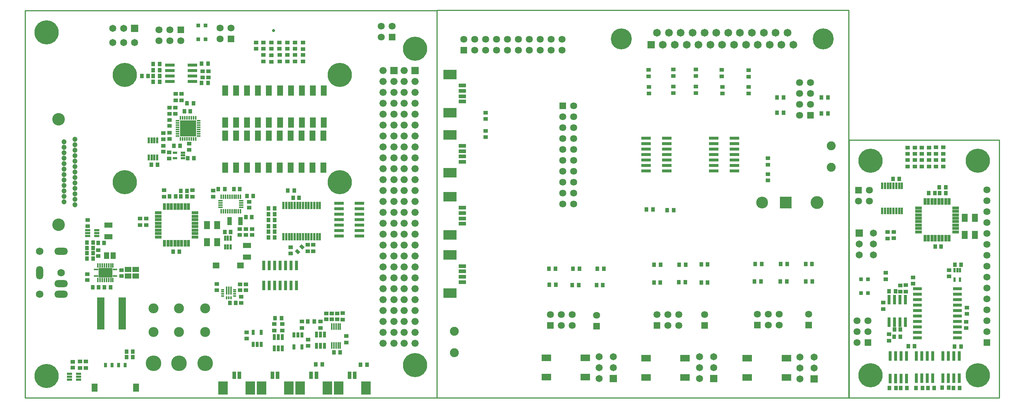
<source format=gts>
G04*
G04 #@! TF.GenerationSoftware,Altium Limited,Altium Designer,18.1.9 (240)*
G04*
G04 Layer_Color=8388736*
%FSLAX44Y44*%
%MOMM*%
G71*
G01*
G75*
%ADD16C,0.2540*%
%ADD74C,3.0000*%
%ADD75C,2.7500*%
%ADD76R,2.7500X2.7500*%
%ADD119R,1.0270X0.8270*%
%ADD120R,1.7270X0.9270*%
%ADD121R,3.1270X2.2270*%
%ADD122R,0.8270X1.0270*%
%ADD123R,2.1844X0.7366*%
%ADD124R,2.2270X1.5270*%
%ADD125R,0.9270X1.0270*%
%ADD126R,1.0270X0.9270*%
%ADD127R,0.5270X0.9770*%
%ADD128R,0.5770X1.5270*%
%ADD129R,0.7270X2.3270*%
%ADD130R,1.6270X0.6770*%
%ADD131R,0.6770X1.6270*%
%ADD132R,0.8770X0.8270*%
%ADD133R,1.3270X1.9270*%
%ADD134R,2.1270X0.7270*%
%ADD135R,0.9270X1.7270*%
%ADD136R,2.2270X3.1270*%
%ADD137R,0.7270X1.1270*%
%ADD138R,1.3770X1.9270*%
%ADD139R,1.2270X1.5270*%
%ADD140R,1.5270X1.2270*%
%ADD141R,0.3870X1.0270*%
%ADD142R,1.0270X0.3870*%
%ADD143R,3.1970X2.1970*%
%ADD144R,2.3114X0.6858*%
%ADD145R,0.6858X2.3114*%
%ADD146R,2.3270X0.7270*%
%ADD147R,1.2954X0.4826*%
%ADD148R,0.4826X1.2954*%
%ADD149R,1.3970X2.3870*%
%ADD150R,1.6270X1.3270*%
%ADD151R,1.7270X7.4770*%
%ADD152R,0.3216X1.8916*%
%ADD153R,0.7016X0.3416*%
%ADD154R,0.3416X0.7016*%
G04:AMPARAMS|DCode=155|XSize=1.027mm|YSize=0.827mm|CornerRadius=0mm|HoleSize=0mm|Usage=FLASHONLY|Rotation=315.000|XOffset=0mm|YOffset=0mm|HoleType=Round|Shape=Rectangle|*
%AMROTATEDRECTD155*
4,1,4,-0.6555,0.0707,-0.0707,0.6555,0.6555,-0.0707,0.0707,-0.6555,-0.6555,0.0707,0.0*
%
%ADD155ROTATEDRECTD155*%

%ADD156R,0.7270X1.2270*%
%ADD157R,0.6858X1.3970*%
%ADD158R,0.4270X1.5770*%
%ADD159R,1.8270X1.2270*%
%ADD160R,0.5588X1.7780*%
%ADD161R,1.1270X1.9270*%
%ADD162R,0.3770X1.1270*%
%ADD163R,1.1270X0.3770*%
%ADD164R,0.5770X1.4770*%
%ADD165R,1.1270X0.5970*%
%ADD166R,0.9670X0.3870*%
%ADD167R,0.3870X0.9670*%
%ADD168R,3.7270X3.7270*%
%ADD169C,1.8170*%
%ADD170R,1.8170X1.8170*%
%ADD171C,4.8870*%
%ADD172R,1.6270X1.6270*%
%ADD173C,1.6270*%
%ADD174C,1.6510*%
%ADD175R,1.6510X1.6510*%
%ADD176R,1.6270X1.6270*%
%ADD177C,2.0770*%
%ADD178C,5.6270*%
%ADD179C,1.6770*%
%ADD180R,1.6770X1.6770*%
%ADD181C,1.1938*%
%ADD182C,3.6270*%
%ADD183C,2.3270*%
%ADD184O,3.1430X1.6350*%
%ADD185C,1.7270*%
%ADD186O,1.6350X3.1430*%
%ADD187R,1.6510X1.6510*%
%ADD188C,0.7270*%
%ADD189C,2.9210*%
D16*
X1213208Y254036D02*
Y1156328D01*
X2171804D01*
X2171804Y254036D01*
X1213208D02*
X2171804D01*
X2521910Y254120D02*
Y854120D01*
Y254120D02*
X2171910D01*
Y854120D01*
X2521910D02*
X2171910D01*
X1213000Y254050D02*
X254150D01*
X254150Y1155750D01*
X1213000D02*
X254150D01*
X1213000D02*
Y254050D01*
D74*
X2097986Y708538D02*
D03*
D75*
X1969986D02*
D03*
D76*
X2024986D02*
D03*
D119*
X1983208Y796544D02*
D03*
Y811544D02*
D03*
X1326208Y903036D02*
D03*
Y918036D02*
D03*
X1983208Y774896D02*
D03*
Y759896D02*
D03*
X1326206Y875616D02*
D03*
Y860616D02*
D03*
X1938200Y962536D02*
D03*
Y977536D02*
D03*
Y1016413D02*
D03*
Y1001413D02*
D03*
X1816063Y1018413D02*
D03*
Y1003413D02*
D03*
X1876208Y1017413D02*
D03*
Y1002413D02*
D03*
X1763208Y1018413D02*
D03*
Y1003413D02*
D03*
X1705663Y1017413D02*
D03*
Y1002413D02*
D03*
X1816063Y963536D02*
D03*
Y978536D02*
D03*
X1877513Y962536D02*
D03*
Y977536D02*
D03*
X1763378Y963231D02*
D03*
Y978231D02*
D03*
X1706588Y962536D02*
D03*
Y977536D02*
D03*
X2257916Y545084D02*
D03*
Y530084D02*
D03*
X2446560Y449058D02*
D03*
Y464058D02*
D03*
X2276368Y625334D02*
D03*
Y640334D02*
D03*
X2261814Y624946D02*
D03*
Y639946D02*
D03*
X2251618Y475572D02*
D03*
Y460572D02*
D03*
X2304464Y516128D02*
D03*
Y501128D02*
D03*
X2321504Y534416D02*
D03*
Y519416D02*
D03*
X2265278Y386948D02*
D03*
Y401948D02*
D03*
X2341900Y836600D02*
D03*
Y821600D02*
D03*
X2325390Y836600D02*
D03*
Y821600D02*
D03*
X2308880Y836600D02*
D03*
Y821600D02*
D03*
X2358410Y836600D02*
D03*
Y821600D02*
D03*
X2374920Y837050D02*
D03*
Y822050D02*
D03*
X2391430Y836930D02*
D03*
Y821930D02*
D03*
X2358410Y807150D02*
D03*
Y792150D02*
D03*
X2374920Y807150D02*
D03*
Y792150D02*
D03*
X2391430Y807270D02*
D03*
Y792270D02*
D03*
X2325538Y807271D02*
D03*
Y792271D02*
D03*
X2341900Y807270D02*
D03*
Y792270D02*
D03*
X2308880Y807270D02*
D03*
Y792270D02*
D03*
X924710Y595473D02*
D03*
Y610473D02*
D03*
X912010Y595425D02*
D03*
Y610425D02*
D03*
X872640Y604570D02*
D03*
Y589570D02*
D03*
X692001Y736850D02*
D03*
Y721850D02*
D03*
X792422Y1081250D02*
D03*
Y1066250D02*
D03*
X834342Y425600D02*
D03*
Y410600D02*
D03*
X853233Y425854D02*
D03*
Y410854D02*
D03*
X1002500Y397500D02*
D03*
Y382500D02*
D03*
X898932Y431750D02*
D03*
Y416750D02*
D03*
X941832Y431750D02*
D03*
Y416750D02*
D03*
X993742Y450780D02*
D03*
Y435780D02*
D03*
X382044Y338236D02*
D03*
Y323236D02*
D03*
X395666Y338236D02*
D03*
Y323236D02*
D03*
X536856Y655841D02*
D03*
Y670841D02*
D03*
X522356Y655841D02*
D03*
Y670841D02*
D03*
X577999Y736945D02*
D03*
Y721945D02*
D03*
X643632Y736945D02*
D03*
Y721945D02*
D03*
X591000Y914750D02*
D03*
Y929751D02*
D03*
X604000Y914750D02*
D03*
Y929751D02*
D03*
X605000Y946251D02*
D03*
Y961251D02*
D03*
X619000Y946251D02*
D03*
Y961251D02*
D03*
X809200Y1036849D02*
D03*
Y1051849D02*
D03*
X828100Y1036250D02*
D03*
Y1051250D02*
D03*
X847000Y1036849D02*
D03*
Y1051849D02*
D03*
X865000Y1036849D02*
D03*
Y1051849D02*
D03*
X882600Y1036849D02*
D03*
Y1051849D02*
D03*
X901100Y1036849D02*
D03*
Y1051849D02*
D03*
X809500Y1066333D02*
D03*
Y1081333D02*
D03*
X828100Y1066333D02*
D03*
Y1081333D02*
D03*
X846700Y1066333D02*
D03*
Y1081333D02*
D03*
X865300Y1066333D02*
D03*
Y1081333D02*
D03*
X901100Y1065750D02*
D03*
Y1080750D02*
D03*
X882900Y1066333D02*
D03*
Y1081333D02*
D03*
D120*
X1272208Y955986D02*
D03*
Y943486D02*
D03*
Y968486D02*
D03*
Y980986D02*
D03*
Y840616D02*
D03*
Y828116D02*
D03*
Y803116D02*
D03*
Y815616D02*
D03*
Y696536D02*
D03*
Y684036D02*
D03*
Y659036D02*
D03*
Y671536D02*
D03*
Y560678D02*
D03*
Y548178D02*
D03*
Y523178D02*
D03*
Y535678D02*
D03*
D121*
X1243208Y1006486D02*
D03*
Y917986D02*
D03*
Y777616D02*
D03*
Y866116D02*
D03*
Y633536D02*
D03*
Y722036D02*
D03*
Y497678D02*
D03*
Y586178D02*
D03*
D122*
X1529608Y554036D02*
D03*
X1544608D02*
D03*
X1528238Y516036D02*
D03*
X1543238D02*
D03*
X1777208Y564036D02*
D03*
X1792208D02*
D03*
X1718708Y564036D02*
D03*
X1733708D02*
D03*
X1584318Y516036D02*
D03*
X1599318D02*
D03*
X1954208Y565036D02*
D03*
X1969208D02*
D03*
X1776208Y522904D02*
D03*
X1791208D02*
D03*
X1489608Y516786D02*
D03*
X1474608D02*
D03*
X1700903Y692036D02*
D03*
X1715903D02*
D03*
X2086708Y525036D02*
D03*
X2071708D02*
D03*
X1733233Y522036D02*
D03*
X1718233D02*
D03*
X2019840Y917786D02*
D03*
X2004840D02*
D03*
X2027208Y524536D02*
D03*
X2012208D02*
D03*
X1967208Y524536D02*
D03*
X1952208D02*
D03*
X2123208Y915786D02*
D03*
X2108208D02*
D03*
X1843208Y522036D02*
D03*
X1828208D02*
D03*
X1601358Y554036D02*
D03*
X1586358D02*
D03*
X2086188Y565036D02*
D03*
X2071188D02*
D03*
X2028208D02*
D03*
X2013208D02*
D03*
X1843208Y564786D02*
D03*
X1828208D02*
D03*
X1489108Y554036D02*
D03*
X1474108D02*
D03*
X1763903Y691036D02*
D03*
X1748903D02*
D03*
X2019840Y953338D02*
D03*
X2004840D02*
D03*
X2123208Y953339D02*
D03*
X2108208D02*
D03*
X2433398Y563746D02*
D03*
X2418398D02*
D03*
X2433144Y373170D02*
D03*
X2418144D02*
D03*
X2280236Y501774D02*
D03*
X2265236D02*
D03*
X2324940Y374008D02*
D03*
X2309940D02*
D03*
X2382536Y744086D02*
D03*
X2397536D02*
D03*
X2266414Y276523D02*
D03*
X2281414D02*
D03*
X2343281Y276318D02*
D03*
X2328281D02*
D03*
X2403934Y277279D02*
D03*
X2388934D02*
D03*
X704425Y739750D02*
D03*
X719426D02*
D03*
X836378Y439182D02*
D03*
X851378D02*
D03*
X931272Y331549D02*
D03*
X946272D02*
D03*
X1050100Y330550D02*
D03*
X1035100D02*
D03*
X988090Y359714D02*
D03*
X973090D02*
D03*
X912750Y431750D02*
D03*
X927750D02*
D03*
X785585Y723600D02*
D03*
X770585D02*
D03*
X835566Y627222D02*
D03*
X820565D02*
D03*
X835566Y640746D02*
D03*
X820565D02*
D03*
X835566Y653746D02*
D03*
X820565D02*
D03*
X835566Y667846D02*
D03*
X820565D02*
D03*
X835566Y681022D02*
D03*
X820565D02*
D03*
X835566Y695171D02*
D03*
X820565D02*
D03*
X880900Y736750D02*
D03*
X865900D02*
D03*
X631500Y735750D02*
D03*
X616500D02*
D03*
X567720Y989380D02*
D03*
X552720D02*
D03*
X552650Y1002899D02*
D03*
X567650D02*
D03*
X552650Y1016850D02*
D03*
X567650D02*
D03*
X552650Y1030850D02*
D03*
X567650D02*
D03*
X680150Y986750D02*
D03*
X665150D02*
D03*
X680150Y1031750D02*
D03*
X665150D02*
D03*
X632723Y811751D02*
D03*
X647722D02*
D03*
X646500Y939750D02*
D03*
X631500D02*
D03*
D123*
X1699903Y858136D02*
D03*
Y845436D02*
D03*
Y832736D02*
D03*
Y820036D02*
D03*
Y807336D02*
D03*
Y794636D02*
D03*
Y781936D02*
D03*
X1747909D02*
D03*
Y794636D02*
D03*
Y807336D02*
D03*
Y820036D02*
D03*
Y832736D02*
D03*
Y845436D02*
D03*
Y858136D02*
D03*
X1857202D02*
D03*
Y845436D02*
D03*
Y832736D02*
D03*
Y820036D02*
D03*
Y807336D02*
D03*
Y794636D02*
D03*
Y781936D02*
D03*
X1905208D02*
D03*
Y794636D02*
D03*
Y807336D02*
D03*
Y820036D02*
D03*
Y832736D02*
D03*
Y845436D02*
D03*
Y858136D02*
D03*
D124*
X1558405Y302036D02*
D03*
Y347036D02*
D03*
X1467405Y302036D02*
D03*
Y347036D02*
D03*
X1790508Y301536D02*
D03*
Y346536D02*
D03*
X1699508Y301536D02*
D03*
Y346536D02*
D03*
X2026252Y301536D02*
D03*
Y346536D02*
D03*
X1935252Y301536D02*
D03*
Y346536D02*
D03*
D125*
X2306714Y276726D02*
D03*
X2292714D02*
D03*
X2372670Y605910D02*
D03*
X2386670D02*
D03*
X2274902Y763764D02*
D03*
X2288902D02*
D03*
X2277928Y412870D02*
D03*
X2291928D02*
D03*
X2277532Y395852D02*
D03*
X2291532D02*
D03*
X2397036Y730878D02*
D03*
X2383036D02*
D03*
X2415484Y277100D02*
D03*
X2429484D02*
D03*
X2355946Y276770D02*
D03*
X2369946D02*
D03*
X2357696Y730502D02*
D03*
X2371696D02*
D03*
X745055Y475109D02*
D03*
X731055D02*
D03*
X740127Y739750D02*
D03*
X754127D02*
D03*
X601124Y840751D02*
D03*
X615124D02*
D03*
X412500Y578189D02*
D03*
X398500D02*
D03*
X412500Y590750D02*
D03*
X398500D02*
D03*
X412500Y602845D02*
D03*
X398500D02*
D03*
X412500Y615391D02*
D03*
X398500D02*
D03*
X438426Y614362D02*
D03*
X424426D02*
D03*
X411634Y511150D02*
D03*
X425634D02*
D03*
X453134Y511150D02*
D03*
X439134D02*
D03*
X490990Y361036D02*
D03*
X504990D02*
D03*
X490990Y348336D02*
D03*
X504990D02*
D03*
X719036Y639985D02*
D03*
X733036D02*
D03*
X768249Y674665D02*
D03*
X782249D02*
D03*
X892466Y719465D02*
D03*
X878466D02*
D03*
X613499Y594031D02*
D03*
X599499D02*
D03*
X591000Y722945D02*
D03*
X605000D02*
D03*
X617000Y722945D02*
D03*
X631000D02*
D03*
X540550Y1002899D02*
D03*
X526550D02*
D03*
X548500Y796875D02*
D03*
X562500D02*
D03*
X625000Y920750D02*
D03*
X639000D02*
D03*
D126*
X2405324Y536934D02*
D03*
Y550934D02*
D03*
X2445202Y430792D02*
D03*
Y416792D02*
D03*
X2291786Y515120D02*
D03*
Y501120D02*
D03*
X400586Y667445D02*
D03*
Y653445D02*
D03*
X757705Y489110D02*
D03*
Y475109D02*
D03*
X700369Y518703D02*
D03*
Y504703D02*
D03*
X755152Y518109D02*
D03*
Y504109D02*
D03*
X768141Y518109D02*
D03*
Y504109D02*
D03*
X913000Y375000D02*
D03*
Y389000D02*
D03*
X981242Y436476D02*
D03*
Y450476D02*
D03*
X968411Y436476D02*
D03*
Y450476D02*
D03*
X769770Y406056D02*
D03*
Y392056D02*
D03*
X955190Y436476D02*
D03*
Y450476D02*
D03*
X424650Y583750D02*
D03*
Y597750D02*
D03*
X478686Y537372D02*
D03*
Y551372D02*
D03*
X399134Y528000D02*
D03*
Y542000D02*
D03*
X365444Y337736D02*
D03*
Y323736D02*
D03*
X753808Y632854D02*
D03*
Y646854D02*
D03*
X768810Y632854D02*
D03*
Y646854D02*
D03*
X782807Y646854D02*
D03*
Y632854D02*
D03*
X776500Y710550D02*
D03*
Y696550D02*
D03*
X667650Y999750D02*
D03*
Y1013750D02*
D03*
X681650Y999750D02*
D03*
Y1013750D02*
D03*
X591000Y856751D02*
D03*
Y870751D02*
D03*
X576624Y856050D02*
D03*
Y870051D02*
D03*
X576000Y840751D02*
D03*
Y826751D02*
D03*
X590001Y825201D02*
D03*
Y811201D02*
D03*
X636500Y831500D02*
D03*
Y845500D02*
D03*
X591000Y886751D02*
D03*
Y900751D02*
D03*
D127*
X2430620Y551120D02*
D03*
X2424120D02*
D03*
X2417620D02*
D03*
Y528620D02*
D03*
X2430620D02*
D03*
D128*
X2249656Y688721D02*
D03*
X2256156D02*
D03*
X2262656D02*
D03*
X2269156D02*
D03*
X2275656D02*
D03*
X2282156D02*
D03*
X2288656D02*
D03*
X2295156D02*
D03*
X2249656Y747721D02*
D03*
X2256156D02*
D03*
X2262656D02*
D03*
X2269156D02*
D03*
X2275656D02*
D03*
X2282156D02*
D03*
X2288656D02*
D03*
X2295156D02*
D03*
D129*
X2402956Y299476D02*
D03*
Y351476D02*
D03*
X2390256Y299476D02*
D03*
X2415656D02*
D03*
X2428356D02*
D03*
X2390256Y351476D02*
D03*
X2415656D02*
D03*
X2428356D02*
D03*
X2303724Y482304D02*
D03*
X2291024D02*
D03*
X2265624D02*
D03*
X2303724Y430304D02*
D03*
X2291024D02*
D03*
X2265624D02*
D03*
X2278324Y482304D02*
D03*
Y430304D02*
D03*
X2367224Y351332D02*
D03*
X2354524D02*
D03*
X2329124D02*
D03*
X2367224Y299332D02*
D03*
X2354524D02*
D03*
X2329124D02*
D03*
X2341824Y351332D02*
D03*
Y299332D02*
D03*
X2305756Y350824D02*
D03*
X2293056D02*
D03*
X2267656D02*
D03*
X2305756Y298824D02*
D03*
X2293056D02*
D03*
X2267656D02*
D03*
X2280356Y350824D02*
D03*
Y298824D02*
D03*
D130*
X2334130Y640140D02*
D03*
Y648140D02*
D03*
Y656140D02*
D03*
Y664140D02*
D03*
Y672140D02*
D03*
Y680140D02*
D03*
Y688140D02*
D03*
Y696140D02*
D03*
X2420130D02*
D03*
Y688140D02*
D03*
Y680140D02*
D03*
Y672140D02*
D03*
Y664140D02*
D03*
Y656140D02*
D03*
Y648140D02*
D03*
Y640140D02*
D03*
X649999Y628445D02*
D03*
Y636445D02*
D03*
Y644445D02*
D03*
Y652445D02*
D03*
Y660445D02*
D03*
Y668445D02*
D03*
Y676445D02*
D03*
Y684445D02*
D03*
X564000D02*
D03*
Y676445D02*
D03*
Y668445D02*
D03*
Y660445D02*
D03*
Y652445D02*
D03*
Y644445D02*
D03*
Y636445D02*
D03*
Y628445D02*
D03*
D131*
X2349130Y711140D02*
D03*
X2357130D02*
D03*
X2365130D02*
D03*
X2373130D02*
D03*
X2381130D02*
D03*
X2389130D02*
D03*
X2397130D02*
D03*
X2405130D02*
D03*
Y625140D02*
D03*
X2397130D02*
D03*
X2389130D02*
D03*
X2381130D02*
D03*
X2373130D02*
D03*
X2365130D02*
D03*
X2357130D02*
D03*
X2349130D02*
D03*
X578999Y613445D02*
D03*
X586999D02*
D03*
X594999D02*
D03*
X602999D02*
D03*
X610999D02*
D03*
X618999D02*
D03*
X626999D02*
D03*
X634999D02*
D03*
Y699445D02*
D03*
X626999D02*
D03*
X618999D02*
D03*
X610999D02*
D03*
X602999D02*
D03*
X594999D02*
D03*
X586999D02*
D03*
X578999D02*
D03*
D132*
X2216350Y529962D02*
D03*
Y497962D02*
D03*
X2199850D02*
D03*
Y529962D02*
D03*
X674250Y1088750D02*
D03*
Y1120750D02*
D03*
X657750D02*
D03*
Y1088750D02*
D03*
D133*
X2465330Y632900D02*
D03*
Y672900D02*
D03*
X2441330D02*
D03*
Y632900D02*
D03*
X677750Y615833D02*
D03*
Y655833D02*
D03*
X701750D02*
D03*
Y615833D02*
D03*
D134*
X2424138Y393312D02*
D03*
Y406012D02*
D03*
Y418712D02*
D03*
Y431412D02*
D03*
Y444112D02*
D03*
Y456812D02*
D03*
Y469512D02*
D03*
Y482212D02*
D03*
Y494912D02*
D03*
Y507612D02*
D03*
X2331138D02*
D03*
Y494912D02*
D03*
Y482212D02*
D03*
Y469512D02*
D03*
Y456812D02*
D03*
Y444112D02*
D03*
Y431412D02*
D03*
Y418712D02*
D03*
Y406012D02*
D03*
Y393312D02*
D03*
D135*
X741001Y306070D02*
D03*
X753501D02*
D03*
X830001Y306070D02*
D03*
X842501D02*
D03*
X920001D02*
D03*
X932501D02*
D03*
X1009501Y306070D02*
D03*
X1022001D02*
D03*
D136*
X779001Y277070D02*
D03*
X715501D02*
D03*
X868001Y277070D02*
D03*
X804501D02*
D03*
X958001D02*
D03*
X894501D02*
D03*
X1047501Y277070D02*
D03*
X984001D02*
D03*
D137*
X441950Y329650D02*
D03*
X456950D02*
D03*
X471950D02*
D03*
X486950D02*
D03*
D138*
X415900Y277750D02*
D03*
X513000D02*
D03*
D139*
X444200Y584850D02*
D03*
X459200D02*
D03*
D140*
X494400Y537550D02*
D03*
Y552550D02*
D03*
X511900Y537640D02*
D03*
Y552640D02*
D03*
D141*
X458984Y528150D02*
D03*
X423984Y561850D02*
D03*
Y528150D02*
D03*
X428984D02*
D03*
X433984D02*
D03*
X438984D02*
D03*
X443984D02*
D03*
X448984D02*
D03*
X453984D02*
D03*
X458984Y561850D02*
D03*
X453984D02*
D03*
X448984D02*
D03*
X443984D02*
D03*
X438984D02*
D03*
X433984D02*
D03*
X428984D02*
D03*
D142*
X463334Y537500D02*
D03*
X419634Y552500D02*
D03*
Y537500D02*
D03*
X463334Y552500D02*
D03*
D143*
X441484Y545000D02*
D03*
D144*
X1032622Y706850D02*
D03*
Y694150D02*
D03*
Y681450D02*
D03*
Y668750D02*
D03*
Y656050D02*
D03*
Y643350D02*
D03*
Y630650D02*
D03*
X985378D02*
D03*
Y643350D02*
D03*
Y656050D02*
D03*
Y668750D02*
D03*
Y681450D02*
D03*
Y694150D02*
D03*
Y706850D02*
D03*
D145*
X809900Y562372D02*
D03*
X822600D02*
D03*
X835300D02*
D03*
X848000D02*
D03*
X860700D02*
D03*
X873400D02*
D03*
X886100D02*
D03*
Y515128D02*
D03*
X873400D02*
D03*
X860700D02*
D03*
X848000D02*
D03*
X835300D02*
D03*
X822600D02*
D03*
X809900D02*
D03*
D146*
X643650Y1003050D02*
D03*
X591650D02*
D03*
X643650Y990350D02*
D03*
Y1015750D02*
D03*
Y1028450D02*
D03*
X591650Y990350D02*
D03*
Y1015750D02*
D03*
Y1028450D02*
D03*
D147*
X358030Y309667D02*
D03*
Y303063D02*
D03*
Y296459D02*
D03*
X378858D02*
D03*
Y303063D02*
D03*
Y309667D02*
D03*
X400586Y644122D02*
D03*
Y637518D02*
D03*
Y630914D02*
D03*
X421414D02*
D03*
Y637518D02*
D03*
Y644122D02*
D03*
D148*
X733009Y625819D02*
D03*
X726405D02*
D03*
X719801D02*
D03*
Y604991D02*
D03*
X726405D02*
D03*
X733009D02*
D03*
D149*
X898400Y789750D02*
D03*
X949200D02*
D03*
X923800D02*
D03*
X847600D02*
D03*
X873000D02*
D03*
Y864350D02*
D03*
X847600D02*
D03*
X923800D02*
D03*
X949200D02*
D03*
X898400D02*
D03*
X771400Y789620D02*
D03*
X822200D02*
D03*
X796800D02*
D03*
X720600D02*
D03*
X746000D02*
D03*
Y864220D02*
D03*
X720600D02*
D03*
X796800D02*
D03*
X822200D02*
D03*
X771400D02*
D03*
Y894550D02*
D03*
X822200D02*
D03*
X796800D02*
D03*
X720600D02*
D03*
X746000D02*
D03*
Y969150D02*
D03*
X720600D02*
D03*
X796800D02*
D03*
X822200D02*
D03*
X771400D02*
D03*
X898500Y894550D02*
D03*
X949300D02*
D03*
X923900D02*
D03*
X847700D02*
D03*
X873100D02*
D03*
Y969150D02*
D03*
X847700D02*
D03*
X923900D02*
D03*
X949300D02*
D03*
X898500D02*
D03*
D150*
X698650Y561850D02*
D03*
X755650D02*
D03*
D151*
X430250Y450476D02*
D03*
X480250D02*
D03*
D152*
X733456Y503761D02*
D03*
X728556D02*
D03*
X723656D02*
D03*
D153*
X714556Y505711D02*
D03*
Y500711D02*
D03*
Y495711D02*
D03*
Y490711D02*
D03*
X742556D02*
D03*
Y495711D02*
D03*
Y500711D02*
D03*
Y505711D02*
D03*
D154*
X723556Y486711D02*
D03*
X728556D02*
D03*
X733556D02*
D03*
D155*
X898932Y605070D02*
D03*
X888326Y594464D02*
D03*
D156*
X785102Y406476D02*
D03*
X804102D02*
D03*
Y378476D02*
D03*
X794602D02*
D03*
X785102D02*
D03*
X898932Y371968D02*
D03*
X879932D02*
D03*
Y399968D02*
D03*
X889432D02*
D03*
X898932D02*
D03*
D157*
X853276Y369078D02*
D03*
X843878D02*
D03*
X834480D02*
D03*
Y394986D02*
D03*
X843878D02*
D03*
X853276D02*
D03*
X951230Y375014D02*
D03*
X941832D02*
D03*
X932434D02*
D03*
Y400922D02*
D03*
X941832D02*
D03*
X951230D02*
D03*
D158*
X988130Y419462D02*
D03*
X983130D02*
D03*
X978130D02*
D03*
X973130D02*
D03*
X968130D02*
D03*
X988130Y375462D02*
D03*
X983130D02*
D03*
X978130D02*
D03*
X973130D02*
D03*
X968130D02*
D03*
D159*
X448140Y629236D02*
D03*
Y656236D02*
D03*
X771250Y608723D02*
D03*
Y581723D02*
D03*
D160*
X940394Y701518D02*
D03*
X934044D02*
D03*
X927440D02*
D03*
X921090D02*
D03*
X914486D02*
D03*
X907882D02*
D03*
X901532D02*
D03*
X894928D02*
D03*
X888578D02*
D03*
X881974D02*
D03*
X875370D02*
D03*
X869020D02*
D03*
X862416D02*
D03*
X856066D02*
D03*
Y628874D02*
D03*
X862416D02*
D03*
X869020D02*
D03*
X875370D02*
D03*
X881974D02*
D03*
X888578D02*
D03*
X894928D02*
D03*
X901532D02*
D03*
X907882D02*
D03*
X914486D02*
D03*
X921090D02*
D03*
X927440D02*
D03*
X934044D02*
D03*
X940394D02*
D03*
D161*
X755500Y665250D02*
D03*
X730500D02*
D03*
D162*
X756000Y687850D02*
D03*
X751000D02*
D03*
X746000D02*
D03*
X741000D02*
D03*
X736000D02*
D03*
X731000D02*
D03*
X726000D02*
D03*
X721000D02*
D03*
X716000D02*
D03*
X711000D02*
D03*
Y721850D02*
D03*
X716000D02*
D03*
X721000D02*
D03*
X726000D02*
D03*
X731000D02*
D03*
X736000D02*
D03*
X741000D02*
D03*
X746000D02*
D03*
X751000D02*
D03*
X756000D02*
D03*
D163*
X757500Y712350D02*
D03*
Y707350D02*
D03*
Y702350D02*
D03*
Y697350D02*
D03*
X709500Y712350D02*
D03*
Y707350D02*
D03*
Y702350D02*
D03*
Y697350D02*
D03*
D164*
X562000Y853375D02*
D03*
X555500D02*
D03*
X549000D02*
D03*
X542500D02*
D03*
X562000Y813875D02*
D03*
X555500D02*
D03*
X549000D02*
D03*
X542500D02*
D03*
D165*
X621574Y811700D02*
D03*
Y824701D02*
D03*
X603574Y811700D02*
D03*
Y824701D02*
D03*
X621574Y818201D02*
D03*
D166*
X658300Y863751D02*
D03*
Y868750D02*
D03*
Y873751D02*
D03*
Y878750D02*
D03*
Y883751D02*
D03*
Y888750D02*
D03*
Y893751D02*
D03*
Y898750D02*
D03*
X609600D02*
D03*
Y893751D02*
D03*
Y888750D02*
D03*
Y883751D02*
D03*
Y878750D02*
D03*
Y873751D02*
D03*
Y868750D02*
D03*
Y863751D02*
D03*
D167*
X616450Y856901D02*
D03*
X621450D02*
D03*
X626450D02*
D03*
X631450D02*
D03*
X636450D02*
D03*
X641450D02*
D03*
X646450D02*
D03*
X651450D02*
D03*
Y905601D02*
D03*
X646450D02*
D03*
X641450D02*
D03*
X636450D02*
D03*
X631450D02*
D03*
X626450D02*
D03*
X621450D02*
D03*
X616450D02*
D03*
D168*
X633950Y881251D02*
D03*
D169*
X2042783Y1075636D02*
D03*
X2028978Y1104036D02*
D03*
X2015173Y1075636D02*
D03*
X2001368Y1104036D02*
D03*
X1987563Y1075636D02*
D03*
X1973758Y1104036D02*
D03*
X1959953Y1075636D02*
D03*
X1946148Y1104036D02*
D03*
X1932343Y1075636D02*
D03*
X1918538Y1104036D02*
D03*
X1904733Y1075636D02*
D03*
X1890928Y1104036D02*
D03*
X1877123Y1075636D02*
D03*
X1863318Y1104036D02*
D03*
X1849513Y1075636D02*
D03*
X1835708Y1104036D02*
D03*
X1821903Y1075636D02*
D03*
X1808098Y1104036D02*
D03*
X1794293Y1075636D02*
D03*
X1780488Y1104036D02*
D03*
X1766683Y1075636D02*
D03*
X1752878Y1104036D02*
D03*
X1739073Y1075636D02*
D03*
X1725268Y1104036D02*
D03*
D170*
X1711463Y1075636D02*
D03*
D171*
X1641863Y1089836D02*
D03*
X2112383D02*
D03*
D172*
X1505516Y933836D02*
D03*
X1584508Y420286D02*
D03*
X1835708Y422636D02*
D03*
X2082608Y911436D02*
D03*
X2078208Y423036D02*
D03*
X2493060Y382120D02*
D03*
X2194510Y737520D02*
D03*
X2216548Y382212D02*
D03*
X733654Y1089750D02*
D03*
X1108400Y1093750D02*
D03*
D173*
X1505516Y908436D02*
D03*
Y883036D02*
D03*
Y857636D02*
D03*
Y832236D02*
D03*
Y806836D02*
D03*
Y781436D02*
D03*
Y756036D02*
D03*
Y730636D02*
D03*
Y705236D02*
D03*
X1530916Y933836D02*
D03*
Y908436D02*
D03*
Y883036D02*
D03*
Y857636D02*
D03*
Y832236D02*
D03*
Y806836D02*
D03*
Y781436D02*
D03*
Y756036D02*
D03*
Y730636D02*
D03*
Y705236D02*
D03*
X1584508Y445686D02*
D03*
X2010008Y448436D02*
D03*
Y423036D02*
D03*
X1984608Y448436D02*
D03*
Y423036D02*
D03*
X1959208Y448436D02*
D03*
X1504008Y1089036D02*
D03*
X1478608D02*
D03*
X1453208D02*
D03*
X1427808D02*
D03*
X1402408D02*
D03*
X1377008D02*
D03*
X1351608D02*
D03*
X1326208D02*
D03*
X1300808D02*
D03*
X1275408D02*
D03*
X1504008Y1063636D02*
D03*
X1478608D02*
D03*
X1453208D02*
D03*
X1427808D02*
D03*
X1402408D02*
D03*
X1377008D02*
D03*
X1351608D02*
D03*
X1326208D02*
D03*
X1300808D02*
D03*
X1477108Y447436D02*
D03*
X1502508Y422036D02*
D03*
Y447436D02*
D03*
X1527908Y422036D02*
D03*
Y447436D02*
D03*
X1724908D02*
D03*
X1750308Y422036D02*
D03*
Y447436D02*
D03*
X1775708Y422036D02*
D03*
Y447436D02*
D03*
X1835708Y448036D02*
D03*
X2082608Y936836D02*
D03*
Y962236D02*
D03*
Y987636D02*
D03*
X2057208Y911436D02*
D03*
Y936836D02*
D03*
Y962236D02*
D03*
Y987636D02*
D03*
X2078208Y448436D02*
D03*
X2493060Y737720D02*
D03*
Y712320D02*
D03*
Y686920D02*
D03*
Y661520D02*
D03*
Y636120D02*
D03*
Y610720D02*
D03*
Y585320D02*
D03*
Y559920D02*
D03*
Y534520D02*
D03*
Y509120D02*
D03*
Y483720D02*
D03*
Y458320D02*
D03*
Y432920D02*
D03*
Y407520D02*
D03*
X2219910Y737520D02*
D03*
X2194510Y712120D02*
D03*
X2219910D02*
D03*
X2191148Y433012D02*
D03*
X2216548D02*
D03*
X2191148Y407612D02*
D03*
X2216548D02*
D03*
X2191148Y382212D02*
D03*
X566200Y1084950D02*
D03*
Y1110350D02*
D03*
X591600Y1084950D02*
D03*
Y1110350D02*
D03*
X617000Y1084950D02*
D03*
X708254Y1089750D02*
D03*
X733654Y1115150D02*
D03*
X708254D02*
D03*
X1083000Y1119150D02*
D03*
X1108400D02*
D03*
X1083000Y1093750D02*
D03*
D174*
X1823948Y349436D02*
D03*
Y324036D02*
D03*
Y298636D02*
D03*
X1856968Y349436D02*
D03*
Y324036D02*
D03*
X1590188Y349936D02*
D03*
Y324536D02*
D03*
Y299136D02*
D03*
X1623208Y349936D02*
D03*
Y324536D02*
D03*
X2091055Y323536D02*
D03*
Y348936D02*
D03*
X2058035Y298136D02*
D03*
Y323536D02*
D03*
Y348936D02*
D03*
X2228794Y586831D02*
D03*
Y612231D02*
D03*
Y637631D02*
D03*
X2195774Y586831D02*
D03*
Y612231D02*
D03*
X484000Y1113750D02*
D03*
X458600D02*
D03*
X509400Y1080730D02*
D03*
X484000D02*
D03*
X458600D02*
D03*
D175*
X1856968Y298636D02*
D03*
X1623208Y299136D02*
D03*
X2091055Y298136D02*
D03*
X2195774Y637631D02*
D03*
D176*
X1959208Y423036D02*
D03*
X1275408Y1063636D02*
D03*
X1477108Y422036D02*
D03*
X1724908D02*
D03*
X617000Y1110350D02*
D03*
D177*
X1253208Y359036D02*
D03*
Y409036D02*
D03*
X2130458Y840616D02*
D03*
Y790616D02*
D03*
D178*
X2471910Y806120D02*
D03*
X2221910D02*
D03*
Y306120D02*
D03*
X2471910D02*
D03*
X304900Y1104950D02*
D03*
Y304850D02*
D03*
X1162200Y330250D02*
D03*
Y1066850D02*
D03*
X486500Y755750D02*
D03*
Y1005750D02*
D03*
X986500D02*
D03*
Y755750D02*
D03*
D179*
X1136800Y380950D02*
D03*
Y406350D02*
D03*
Y431750D02*
D03*
Y457150D02*
D03*
Y482550D02*
D03*
Y507950D02*
D03*
Y533350D02*
D03*
Y558750D02*
D03*
Y584150D02*
D03*
Y609550D02*
D03*
Y634950D02*
D03*
Y660350D02*
D03*
Y685750D02*
D03*
Y711150D02*
D03*
Y736550D02*
D03*
Y761950D02*
D03*
Y787350D02*
D03*
Y812750D02*
D03*
Y838150D02*
D03*
Y863550D02*
D03*
Y888950D02*
D03*
Y914350D02*
D03*
Y939750D02*
D03*
Y965150D02*
D03*
Y990550D02*
D03*
Y1015950D02*
D03*
X1162200Y380950D02*
D03*
Y406350D02*
D03*
Y431750D02*
D03*
Y457150D02*
D03*
Y482550D02*
D03*
Y507950D02*
D03*
Y533350D02*
D03*
Y558750D02*
D03*
Y584150D02*
D03*
Y609550D02*
D03*
Y634950D02*
D03*
Y660350D02*
D03*
Y685750D02*
D03*
Y711150D02*
D03*
Y736550D02*
D03*
Y761950D02*
D03*
Y787350D02*
D03*
Y812750D02*
D03*
Y838150D02*
D03*
Y863550D02*
D03*
Y888950D02*
D03*
Y914350D02*
D03*
Y939750D02*
D03*
Y965150D02*
D03*
Y990550D02*
D03*
X1112700D02*
D03*
Y965150D02*
D03*
Y939750D02*
D03*
Y914350D02*
D03*
Y888950D02*
D03*
Y863550D02*
D03*
Y838150D02*
D03*
Y812750D02*
D03*
Y787350D02*
D03*
Y761950D02*
D03*
Y736550D02*
D03*
Y711150D02*
D03*
Y685750D02*
D03*
Y660350D02*
D03*
Y634950D02*
D03*
Y609550D02*
D03*
Y584150D02*
D03*
Y558750D02*
D03*
Y533350D02*
D03*
Y507950D02*
D03*
Y482550D02*
D03*
Y457150D02*
D03*
Y431750D02*
D03*
Y406350D02*
D03*
Y380950D02*
D03*
X1087300Y1015950D02*
D03*
Y990550D02*
D03*
Y965150D02*
D03*
Y939750D02*
D03*
Y914350D02*
D03*
Y888950D02*
D03*
Y863550D02*
D03*
Y838150D02*
D03*
Y812750D02*
D03*
Y787350D02*
D03*
Y761950D02*
D03*
Y736550D02*
D03*
Y711150D02*
D03*
Y685750D02*
D03*
Y660350D02*
D03*
Y634950D02*
D03*
Y609550D02*
D03*
Y584150D02*
D03*
Y558750D02*
D03*
Y533350D02*
D03*
Y507950D02*
D03*
Y482550D02*
D03*
Y457150D02*
D03*
Y431750D02*
D03*
Y406350D02*
D03*
Y380950D02*
D03*
D180*
X1162200Y1015950D02*
D03*
X1112700D02*
D03*
D181*
X345000Y849600D02*
D03*
Y836900D02*
D03*
Y824200D02*
D03*
Y811500D02*
D03*
Y798800D02*
D03*
Y786100D02*
D03*
Y773400D02*
D03*
Y760700D02*
D03*
Y748000D02*
D03*
Y735300D02*
D03*
Y722600D02*
D03*
Y709900D02*
D03*
X370400Y855950D02*
D03*
Y843250D02*
D03*
Y830550D02*
D03*
Y817850D02*
D03*
Y805150D02*
D03*
Y792450D02*
D03*
Y779750D02*
D03*
Y767050D02*
D03*
Y754350D02*
D03*
Y741650D02*
D03*
Y728950D02*
D03*
Y716250D02*
D03*
Y703550D02*
D03*
D182*
X612700Y334350D02*
D03*
X674000Y333950D02*
D03*
X553000Y334350D02*
D03*
D183*
X612700Y462350D02*
D03*
Y407350D02*
D03*
X674000Y461950D02*
D03*
Y406950D02*
D03*
X553000Y462350D02*
D03*
Y407350D02*
D03*
D184*
X338000Y519850D02*
D03*
Y594850D02*
D03*
Y494850D02*
D03*
D185*
X288000Y594850D02*
D03*
Y494850D02*
D03*
X338000Y544850D02*
D03*
D186*
X288000D02*
D03*
D187*
X509400Y1113750D02*
D03*
D188*
X833180Y1108770D02*
D03*
D189*
X332300Y657195D02*
D03*
Y902305D02*
D03*
M02*

</source>
